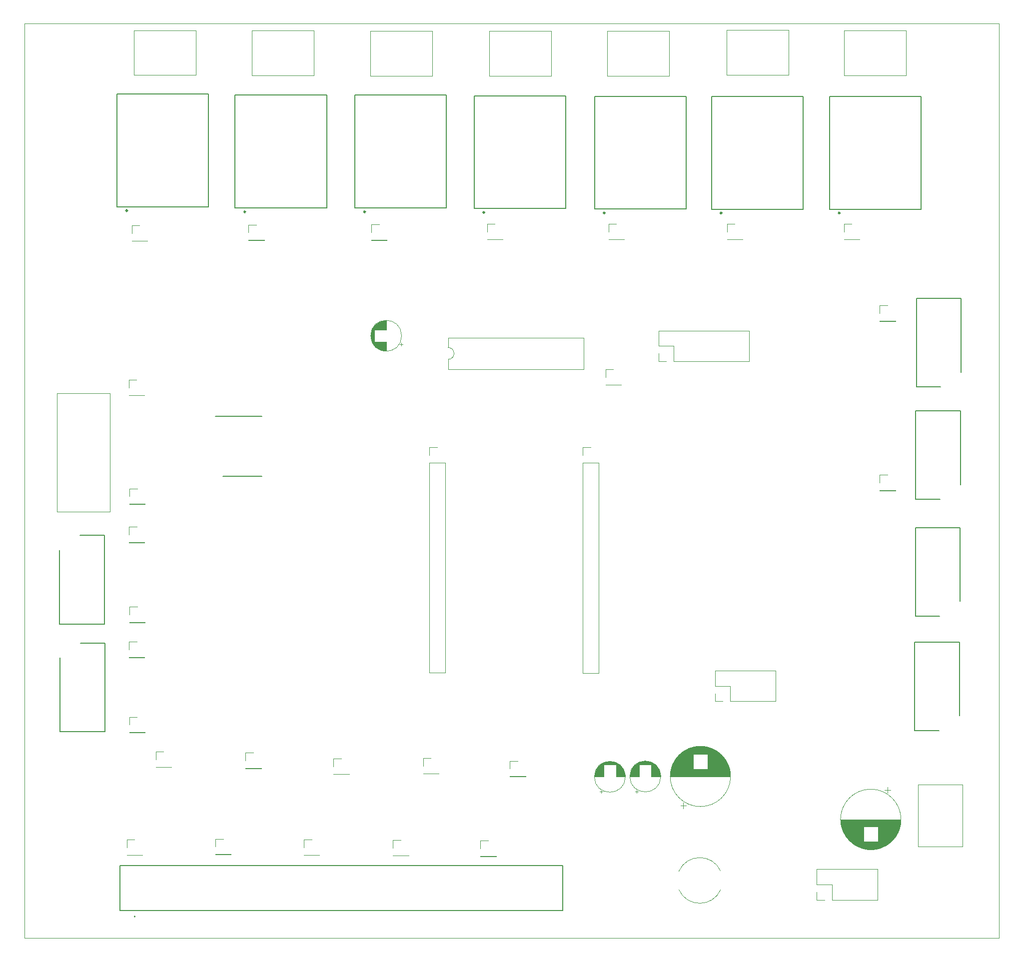
<source format=gbr>
%TF.GenerationSoftware,KiCad,Pcbnew,(6.0.7)*%
%TF.CreationDate,2022-11-01T14:31:25-03:00*%
%TF.ProjectId,PCB_Prototipo_Proyecto_Final,5043425f-5072-46f7-946f-7469706f5f50,rev?*%
%TF.SameCoordinates,PX7e4946aPYc6a19c0*%
%TF.FileFunction,Legend,Top*%
%TF.FilePolarity,Positive*%
%FSLAX46Y46*%
G04 Gerber Fmt 4.6, Leading zero omitted, Abs format (unit mm)*
G04 Created by KiCad (PCBNEW (6.0.7)) date 2022-11-01 14:31:25*
%MOMM*%
%LPD*%
G01*
G04 APERTURE LIST*
%TA.AperFunction,Profile*%
%ADD10C,0.100000*%
%TD*%
%ADD11C,0.127000*%
%ADD12C,0.300000*%
%ADD13C,0.200000*%
%ADD14C,0.120000*%
%ADD15C,0.100000*%
G04 APERTURE END LIST*
D10*
X0Y0D02*
X165100000Y0D01*
X165100000Y0D02*
X165100000Y154940000D01*
X165100000Y154940000D02*
X0Y154940000D01*
X0Y154940000D02*
X0Y0D01*
D11*
%TO.C,K5*%
X116350000Y123450000D02*
X116350000Y142550000D01*
X116350000Y142550000D02*
X131850000Y142550000D01*
X131850000Y123450000D02*
X116350000Y123450000D01*
X131850000Y142550000D02*
X131850000Y123450000D01*
D12*
X118081000Y122800000D02*
G75*
G03*
X118081000Y122800000I-100000J0D01*
G01*
D13*
%TO.C,J6*%
X150899286Y54510000D02*
X154999286Y54510000D01*
X150899286Y69510000D02*
X150899286Y54510000D01*
X158499286Y69510000D02*
X150899286Y69510000D01*
X158499286Y57010000D02*
X158499286Y69510000D01*
D14*
%TO.C,J23*%
X67499286Y30460000D02*
X68829286Y30460000D01*
X67499286Y29130000D02*
X67499286Y30460000D01*
X67499286Y27800000D02*
X70159286Y27800000D01*
X67499286Y27860000D02*
X67499286Y27800000D01*
X67499286Y27860000D02*
X70159286Y27860000D01*
X70159286Y27860000D02*
X70159286Y27800000D01*
%TO.C,C15*%
X110424286Y30435823D02*
X113233286Y30435823D01*
X115715286Y30675823D02*
X118332286Y30675823D01*
X111765286Y31675823D02*
X117183286Y31675823D01*
X110616286Y30675823D02*
X113233286Y30675823D01*
X115715286Y30635823D02*
X118366286Y30635823D01*
X115715286Y30955823D02*
X118075286Y30955823D01*
X109890286Y29555823D02*
X113233286Y29555823D01*
X109577286Y28715823D02*
X113233286Y28715823D01*
X109910286Y29595823D02*
X113233286Y29595823D01*
X115715286Y29075823D02*
X119257286Y29075823D01*
X110758286Y30835823D02*
X113233286Y30835823D01*
X109444286Y28075823D02*
X119504286Y28075823D01*
X110517286Y30555823D02*
X113233286Y30555823D01*
X115715286Y29555823D02*
X119058286Y29555823D01*
X110834286Y30915823D02*
X113233286Y30915823D01*
X111268286Y31315823D02*
X117680286Y31315823D01*
X115715286Y29195823D02*
X119212286Y29195823D01*
X109835286Y29435823D02*
X113233286Y29435823D01*
X115715286Y30395823D02*
X118554286Y30395823D01*
X110079286Y29915823D02*
X113233286Y29915823D01*
X109871286Y29515823D02*
X113233286Y29515823D01*
X110253286Y30195823D02*
X113233286Y30195823D01*
X109751286Y29235823D02*
X113233286Y29235823D01*
X109589286Y28755823D02*
X113233286Y28755823D01*
X109546286Y28595823D02*
X119402286Y28595823D01*
X111082286Y31155823D02*
X117866286Y31155823D01*
X110873286Y30955823D02*
X113233286Y30955823D01*
X112437286Y32035823D02*
X116511286Y32035823D01*
X111895286Y31755823D02*
X117053286Y31755823D01*
X109800286Y29355823D02*
X113233286Y29355823D01*
X115715286Y30715823D02*
X118298286Y30715823D01*
X111038286Y31115823D02*
X117910286Y31115823D01*
X109500286Y28395823D02*
X119448286Y28395823D01*
X115715286Y29395823D02*
X119131286Y29395823D01*
X115715286Y30835823D02*
X118190286Y30835823D01*
X115715286Y28955823D02*
X119298286Y28955823D01*
X112185286Y31915823D02*
X116763286Y31915823D01*
X109429286Y27954823D02*
X119519286Y27954823D01*
X109424286Y27914823D02*
X119524286Y27914823D01*
X115715286Y28995823D02*
X119285286Y28995823D01*
X112844286Y32195823D02*
X116104286Y32195823D01*
X109395286Y27474823D02*
X119553286Y27474823D01*
X109397286Y27554823D02*
X119551286Y27554823D01*
X110151286Y30035823D02*
X113233286Y30035823D01*
X109416286Y27834823D02*
X119532286Y27834823D01*
X111829286Y31715823D02*
X117119286Y31715823D01*
X115715286Y29435823D02*
X119113286Y29435823D01*
X109612286Y28835823D02*
X113233286Y28835823D01*
X109650286Y28955823D02*
X113233286Y28955823D01*
X110034286Y29835823D02*
X113233286Y29835823D01*
X115715286Y29955823D02*
X118845286Y29955823D01*
X109600286Y28795823D02*
X113233286Y28795823D01*
X115715286Y30235823D02*
X118668286Y30235823D01*
X115715286Y29475823D02*
X119095286Y29475823D01*
X110394286Y30395823D02*
X113233286Y30395823D01*
X109929286Y29635823D02*
X113233286Y29635823D01*
X112109286Y31875823D02*
X116839286Y31875823D01*
X115715286Y30355823D02*
X118584286Y30355823D01*
X115715286Y29235823D02*
X119197286Y29235823D01*
X109527286Y28515823D02*
X119421286Y28515823D01*
X115715286Y29635823D02*
X119019286Y29635823D01*
X111220286Y31275823D02*
X117728286Y31275823D01*
X111599286Y21875177D02*
X111599286Y22875177D01*
X115715286Y29915823D02*
X118869286Y29915823D01*
X109784286Y29315823D02*
X113233286Y29315823D01*
X115715286Y28635823D02*
X119392286Y28635823D01*
X110549286Y30595823D02*
X113233286Y30595823D01*
X109477286Y28275823D02*
X119471286Y28275823D01*
X115715286Y30755823D02*
X118263286Y30755823D01*
X115715286Y29275823D02*
X119181286Y29275823D01*
X109470286Y28235823D02*
X119478286Y28235823D01*
X109767286Y29275823D02*
X113233286Y29275823D01*
X110336286Y30315823D02*
X113233286Y30315823D01*
X109509286Y28435823D02*
X119439286Y28435823D01*
X115715286Y30275823D02*
X118640286Y30275823D01*
X109409286Y27754823D02*
X119539286Y27754823D01*
X112964286Y32235823D02*
X115984286Y32235823D01*
X111173286Y31235823D02*
X117775286Y31235823D01*
X113096286Y32275823D02*
X115852286Y32275823D01*
X109556286Y28635823D02*
X113233286Y28635823D01*
X113244286Y32315823D02*
X115704286Y32315823D01*
X110795286Y30875823D02*
X113233286Y30875823D01*
X109853286Y29475823D02*
X113233286Y29475823D01*
X115715286Y30915823D02*
X118114286Y30915823D01*
X109396286Y27514823D02*
X119552286Y27514823D01*
X115715286Y30555823D02*
X118431286Y30555823D01*
X110913286Y30995823D02*
X113233286Y30995823D01*
X110485286Y30515823D02*
X113233286Y30515823D01*
X115715286Y28915823D02*
X119311286Y28915823D01*
X109677286Y29035823D02*
X113233286Y29035823D01*
X111474286Y31475823D02*
X117474286Y31475823D01*
X115715286Y31035823D02*
X117994286Y31035823D01*
X115715286Y28675823D02*
X119381286Y28675823D01*
X113875286Y32435823D02*
X115073286Y32435823D01*
X109736286Y29195823D02*
X113233286Y29195823D01*
X109567286Y28675823D02*
X113233286Y28675823D01*
X115715286Y30075823D02*
X118772286Y30075823D01*
X109456286Y28155823D02*
X119492286Y28155823D01*
X110280286Y30235823D02*
X113233286Y30235823D01*
X111099286Y22375177D02*
X112099286Y22375177D01*
X115715286Y29155823D02*
X119228286Y29155823D01*
X109970286Y29715823D02*
X113233286Y29715823D01*
X115715286Y29315823D02*
X119164286Y29315823D01*
X115715286Y29515823D02*
X119077286Y29515823D01*
X109394286Y27354823D02*
X119554286Y27354823D01*
X110721286Y30795823D02*
X113233286Y30795823D01*
X110685286Y30755823D02*
X113233286Y30755823D01*
X111127286Y31195823D02*
X117821286Y31195823D01*
X113612286Y32395823D02*
X115336286Y32395823D01*
X109420286Y27874823D02*
X119528286Y27874823D01*
X109394286Y27394823D02*
X119554286Y27394823D01*
X115715286Y29995823D02*
X118821286Y29995823D01*
X109817286Y29395823D02*
X113233286Y29395823D01*
X110103286Y29955823D02*
X113233286Y29955823D01*
X110954286Y31035823D02*
X113233286Y31035823D01*
X109492286Y28355823D02*
X119456286Y28355823D01*
X109412286Y27794823D02*
X119536286Y27794823D01*
X109949286Y29675823D02*
X113233286Y29675823D01*
X115715286Y30475823D02*
X118494286Y30475823D01*
X111704286Y31635823D02*
X117244286Y31635823D01*
X111368286Y31395823D02*
X117580286Y31395823D01*
X109394286Y27434823D02*
X119554286Y27434823D01*
X109404286Y27674823D02*
X119544286Y27674823D01*
X115715286Y29595823D02*
X119038286Y29595823D01*
X115715286Y29835823D02*
X118914286Y29835823D01*
X110454286Y30475823D02*
X113233286Y30475823D01*
X111529286Y31515823D02*
X117419286Y31515823D01*
X111964286Y31795823D02*
X116984286Y31795823D01*
X111318286Y31355823D02*
X117630286Y31355823D01*
X115715286Y29755823D02*
X118957286Y29755823D01*
X109439286Y28034823D02*
X119509286Y28034823D01*
X115715286Y30115823D02*
X118747286Y30115823D01*
X112349286Y31995823D02*
X116599286Y31995823D01*
X109706286Y29115823D02*
X113233286Y29115823D01*
X109663286Y28995823D02*
X113233286Y28995823D01*
X115715286Y29715823D02*
X118978286Y29715823D01*
X110227286Y30155823D02*
X113233286Y30155823D01*
X115715286Y29035823D02*
X119271286Y29035823D01*
X110127286Y29995823D02*
X113233286Y29995823D01*
X115715286Y30875823D02*
X118153286Y30875823D01*
X110176286Y30075823D02*
X113233286Y30075823D01*
X110308286Y30275823D02*
X113233286Y30275823D01*
X109991286Y29755823D02*
X113233286Y29755823D01*
X115715286Y28755823D02*
X119359286Y28755823D01*
X110057286Y29875823D02*
X113233286Y29875823D01*
X109434286Y27994823D02*
X119514286Y27994823D01*
X115715286Y28875823D02*
X119324286Y28875823D01*
X115715286Y28715823D02*
X119371286Y28715823D01*
X115715286Y29355823D02*
X119148286Y29355823D01*
X115715286Y30315823D02*
X118612286Y30315823D01*
X109720286Y29155823D02*
X113233286Y29155823D01*
X109406286Y27714823D02*
X119542286Y27714823D01*
X111420286Y31435823D02*
X117528286Y31435823D01*
X115715286Y30435823D02*
X118524286Y30435823D01*
X109401286Y27634823D02*
X119547286Y27634823D01*
X115715286Y30155823D02*
X118721286Y30155823D01*
X112628286Y32115823D02*
X116320286Y32115823D01*
X109450286Y28115823D02*
X119498286Y28115823D01*
X115715286Y30195823D02*
X118695286Y30195823D01*
X110012286Y29795823D02*
X113233286Y29795823D01*
X112035286Y31835823D02*
X116913286Y31835823D01*
X113412286Y32355823D02*
X115536286Y32355823D01*
X115715286Y29115823D02*
X119242286Y29115823D01*
X109518286Y28475823D02*
X119430286Y28475823D01*
X109484286Y28315823D02*
X119464286Y28315823D01*
X111644286Y31595823D02*
X117304286Y31595823D01*
X110582286Y30635823D02*
X113233286Y30635823D01*
X110201286Y30115823D02*
X113233286Y30115823D01*
X115715286Y29675823D02*
X118999286Y29675823D01*
X115715286Y30795823D02*
X118227286Y30795823D01*
X110364286Y30355823D02*
X113233286Y30355823D01*
X112265286Y31955823D02*
X116683286Y31955823D01*
X109691286Y29075823D02*
X113233286Y29075823D01*
X110650286Y30715823D02*
X113233286Y30715823D01*
X115715286Y30035823D02*
X118797286Y30035823D01*
X111585286Y31555823D02*
X117363286Y31555823D01*
X115715286Y28835823D02*
X119336286Y28835823D01*
X115715286Y29875823D02*
X118891286Y29875823D01*
X115715286Y30515823D02*
X118463286Y30515823D01*
X109536286Y28555823D02*
X119412286Y28555823D01*
X109637286Y28915823D02*
X113233286Y28915823D01*
X109463286Y28195823D02*
X119485286Y28195823D01*
X115715286Y30995823D02*
X118035286Y30995823D01*
X109399286Y27594823D02*
X119549286Y27594823D01*
X115715286Y31075823D02*
X117952286Y31075823D01*
X112530286Y32075823D02*
X116418286Y32075823D01*
X109624286Y28875823D02*
X113233286Y28875823D01*
X110996286Y31075823D02*
X113233286Y31075823D01*
X112732286Y32155823D02*
X116216286Y32155823D01*
X115715286Y29795823D02*
X118936286Y29795823D01*
X115715286Y30595823D02*
X118399286Y30595823D01*
X115715286Y28795823D02*
X119348286Y28795823D01*
X119594286Y27354823D02*
G75*
G03*
X119594286Y27354823I-5120000J0D01*
G01*
D15*
%TO.C,J16*%
X129389286Y153770000D02*
X129389286Y146170000D01*
X118889286Y146170000D02*
X118889286Y153770000D01*
X118889286Y153770000D02*
X129389286Y153770000D01*
X129389286Y146170000D02*
X118889286Y146170000D01*
D14*
%TO.C,J33*%
X118979286Y118364000D02*
X118979286Y118304000D01*
X118979286Y118304000D02*
X121639286Y118304000D01*
X118979286Y118364000D02*
X121639286Y118364000D01*
X121639286Y118364000D02*
X121639286Y118304000D01*
X118979286Y120964000D02*
X120309286Y120964000D01*
X118979286Y119634000D02*
X118979286Y120964000D01*
%TO.C,J46*%
X144870000Y104530000D02*
X144870000Y104470000D01*
X144870000Y104470000D02*
X147530000Y104470000D01*
X147530000Y104530000D02*
X147530000Y104470000D01*
X144870000Y104530000D02*
X147530000Y104530000D01*
X144870000Y107130000D02*
X146200000Y107130000D01*
X144870000Y105800000D02*
X144870000Y107130000D01*
%TO.C,J40*%
X17299286Y15330000D02*
X17299286Y16660000D01*
X19959286Y14060000D02*
X19959286Y14000000D01*
X17299286Y14000000D02*
X19959286Y14000000D01*
X17299286Y14060000D02*
X17299286Y14000000D01*
X17299286Y16660000D02*
X18629286Y16660000D01*
X17299286Y14060000D02*
X19959286Y14060000D01*
%TO.C,C18*%
X100179286Y28770775D02*
X101261286Y28770775D01*
X97756286Y29490775D02*
X100522286Y29490775D01*
X98224286Y29730775D02*
X100054286Y29730775D01*
X96871286Y28530775D02*
X98099286Y28530775D01*
X96697286Y28130775D02*
X98099286Y28130775D01*
X97238286Y29050775D02*
X98099286Y29050775D01*
X100179286Y27889775D02*
X101650286Y27889775D01*
X96829286Y28450775D02*
X98099286Y28450775D01*
X96990286Y28730775D02*
X98099286Y28730775D01*
X96892286Y28570775D02*
X98099286Y28570775D01*
X100179286Y29090775D02*
X101003286Y29090775D01*
X100179286Y28650775D02*
X101339286Y28650775D01*
X96725286Y28210775D02*
X98099286Y28210775D01*
X97044286Y28810775D02*
X98099286Y28810775D01*
X100179286Y29210775D02*
X100882286Y29210775D01*
X97168286Y28970775D02*
X98099286Y28970775D01*
X96559286Y27289775D02*
X98099286Y27289775D01*
X96574286Y27569775D02*
X98099286Y27569775D01*
X100179286Y28570775D02*
X101386286Y28570775D01*
X96810286Y28410775D02*
X98099286Y28410775D01*
X100179286Y28930775D02*
X101143286Y28930775D01*
X96939286Y28650775D02*
X98099286Y28650775D01*
X97202286Y29010775D02*
X98099286Y29010775D01*
X96619286Y27849775D02*
X98099286Y27849775D01*
X96774286Y28330775D02*
X98099286Y28330775D01*
X100179286Y28410775D02*
X101468286Y28410775D01*
X97354286Y29170775D02*
X98099286Y29170775D01*
X96711286Y28170775D02*
X98099286Y28170775D01*
X100179286Y28850775D02*
X101204286Y28850775D01*
X100179286Y27569775D02*
X101704286Y27569775D01*
X97074286Y28850775D02*
X98099286Y28850775D01*
X96589286Y27689775D02*
X98099286Y27689775D01*
X97486286Y29290775D02*
X98099286Y29290775D01*
X97664286Y24485000D02*
X97664286Y24985000D01*
X96791286Y28370775D02*
X98099286Y28370775D01*
X100179286Y27609775D02*
X101700286Y27609775D01*
X96583286Y27649775D02*
X98099286Y27649775D01*
X98334286Y29770775D02*
X99944286Y29770775D01*
X96659286Y28010775D02*
X98099286Y28010775D01*
X100179286Y28050775D02*
X101607286Y28050775D01*
X97639286Y29410775D02*
X100639286Y29410775D01*
X100179286Y27729775D02*
X101682286Y27729775D01*
X98041286Y29650775D02*
X100237286Y29650775D01*
X100179286Y28530775D02*
X101407286Y28530775D01*
X97888286Y29570775D02*
X100390286Y29570775D01*
X97135286Y28930775D02*
X98099286Y28930775D01*
X100179286Y28010775D02*
X101619286Y28010775D01*
X96559286Y27329775D02*
X98099286Y27329775D01*
X100179286Y28890775D02*
X101174286Y28890775D01*
X100179286Y27929775D02*
X101640286Y27929775D01*
X96578286Y27609775D02*
X98099286Y27609775D01*
X100179286Y27529775D02*
X101708286Y27529775D01*
X100179286Y28970775D02*
X101110286Y28970775D01*
X100179286Y29130775D02*
X100965286Y29130775D01*
X100179286Y29050775D02*
X101040286Y29050775D01*
X100179286Y28730775D02*
X101288286Y28730775D01*
X96611286Y27809775D02*
X98099286Y27809775D01*
X100179286Y28490775D02*
X101429286Y28490775D01*
X100179286Y28170775D02*
X101567286Y28170775D01*
X100179286Y27969775D02*
X101630286Y27969775D01*
X100179286Y27329775D02*
X101719286Y27329775D01*
X100179286Y28250775D02*
X101537286Y28250775D01*
X100179286Y27369775D02*
X101718286Y27369775D01*
X96648286Y27969775D02*
X98099286Y27969775D01*
X96638286Y27929775D02*
X98099286Y27929775D01*
X96566286Y27489775D02*
X98099286Y27489775D01*
X100179286Y29170775D02*
X100924286Y29170775D01*
X97017286Y28770775D02*
X98099286Y28770775D01*
X100179286Y28290775D02*
X101521286Y28290775D01*
X100179286Y28210775D02*
X101553286Y28210775D01*
X96757286Y28290775D02*
X98099286Y28290775D01*
X100179286Y27289775D02*
X101719286Y27289775D01*
X100179286Y28810775D02*
X101234286Y28810775D01*
X97820286Y29530775D02*
X100458286Y29530775D01*
X96684286Y28090775D02*
X98099286Y28090775D01*
X98462286Y29810775D02*
X99816286Y29810775D01*
X96964286Y28690775D02*
X98099286Y28690775D01*
X97534286Y29330775D02*
X100744286Y29330775D01*
X100179286Y27649775D02*
X101695286Y27649775D01*
X98621286Y29850775D02*
X99657286Y29850775D01*
X100179286Y27769775D02*
X101675286Y27769775D01*
X97696286Y29450775D02*
X100582286Y29450775D01*
X97313286Y29130775D02*
X98099286Y29130775D01*
X100179286Y27489775D02*
X101712286Y27489775D01*
X96628286Y27889775D02*
X98099286Y27889775D01*
X97961286Y29610775D02*
X100317286Y29610775D01*
X100179286Y28610775D02*
X101363286Y28610775D01*
X100179286Y28370775D02*
X101487286Y28370775D01*
X98128286Y29690775D02*
X100150286Y29690775D01*
X100179286Y27689775D02*
X101689286Y27689775D01*
X96570286Y27529775D02*
X98099286Y27529775D01*
X100179286Y29250775D02*
X100838286Y29250775D01*
X100179286Y29010775D02*
X101076286Y29010775D01*
X96560286Y27369775D02*
X98099286Y27369775D01*
X97414286Y24735000D02*
X97914286Y24735000D01*
X98855286Y29890775D02*
X99423286Y29890775D01*
X96563286Y27449775D02*
X98099286Y27449775D01*
X96671286Y28050775D02*
X98099286Y28050775D01*
X97275286Y29090775D02*
X98099286Y29090775D01*
X96849286Y28490775D02*
X98099286Y28490775D01*
X100179286Y27449775D02*
X101715286Y27449775D01*
X97396286Y29210775D02*
X98099286Y29210775D01*
X96603286Y27769775D02*
X98099286Y27769775D01*
X100179286Y27409775D02*
X101717286Y27409775D01*
X97585286Y29370775D02*
X100693286Y29370775D01*
X100179286Y28690775D02*
X101314286Y28690775D01*
X100179286Y28330775D02*
X101504286Y28330775D01*
X100179286Y28450775D02*
X101449286Y28450775D01*
X100179286Y27809775D02*
X101667286Y27809775D01*
X100179286Y28090775D02*
X101594286Y28090775D01*
X97104286Y28890775D02*
X98099286Y28890775D01*
X100179286Y29290775D02*
X100792286Y29290775D01*
X97440286Y29250775D02*
X98099286Y29250775D01*
X100179286Y27849775D02*
X101659286Y27849775D01*
X96741286Y28250775D02*
X98099286Y28250775D01*
X96915286Y28610775D02*
X98099286Y28610775D01*
X96596286Y27729775D02*
X98099286Y27729775D01*
X96561286Y27409775D02*
X98099286Y27409775D01*
X100179286Y28130775D02*
X101581286Y28130775D01*
X101759286Y27289775D02*
G75*
G03*
X101759286Y27289775I-2620000J0D01*
G01*
D13*
%TO.C,IC1*%
X32344286Y88340000D02*
X40179286Y88340000D01*
X33579286Y78180000D02*
X40179286Y78180000D01*
D11*
%TO.C,K1*%
X76150000Y142662500D02*
X91650000Y142662500D01*
X91650000Y123562500D02*
X76150000Y123562500D01*
X91650000Y142662500D02*
X91650000Y123562500D01*
X76150000Y123562500D02*
X76150000Y142662500D01*
D12*
X77881000Y122912500D02*
G75*
G03*
X77881000Y122912500I-100000J0D01*
G01*
D14*
%TO.C,J32*%
X58719286Y120860000D02*
X60049286Y120860000D01*
X58719286Y118260000D02*
X58719286Y118200000D01*
X58719286Y118200000D02*
X61379286Y118200000D01*
X58719286Y118260000D02*
X61379286Y118260000D01*
X58719286Y119530000D02*
X58719286Y120860000D01*
X61379286Y118260000D02*
X61379286Y118200000D01*
%TO.C,C14*%
X148107286Y18306677D02*
X144580286Y18306677D01*
X142098286Y17266677D02*
X139092286Y17266677D01*
X147686286Y17426677D02*
X144580286Y17426677D01*
X148013286Y18066677D02*
X144580286Y18066677D01*
X148409286Y19747677D02*
X138269286Y19747677D01*
X146686286Y16226677D02*
X139992286Y16226677D01*
X147662286Y17386677D02*
X144580286Y17386677D01*
X148224286Y18666677D02*
X144580286Y18666677D01*
X148062286Y18186677D02*
X144580286Y18186677D01*
X147586286Y17266677D02*
X144580286Y17266677D01*
X142098286Y18346677D02*
X138556286Y18346677D01*
X145918286Y15666677D02*
X140760286Y15666677D01*
X142098286Y16626677D02*
X139586286Y16626677D01*
X147055286Y16586677D02*
X144580286Y16586677D01*
X148419286Y19987677D02*
X138259286Y19987677D01*
X145548286Y15466677D02*
X141130286Y15466677D01*
X142098286Y17986677D02*
X138700286Y17986677D01*
X147231286Y16786677D02*
X144580286Y16786677D01*
X142098286Y17746677D02*
X138814286Y17746677D01*
X142098286Y16546677D02*
X139660286Y16546677D01*
X142098286Y17426677D02*
X138992286Y17426677D01*
X148397286Y19587677D02*
X138281286Y19587677D01*
X142098286Y17066677D02*
X139229286Y17066677D01*
X148389286Y19507677D02*
X138289286Y19507677D01*
X142098286Y18386677D02*
X138542286Y18386677D01*
X147533286Y17186677D02*
X144580286Y17186677D01*
X142098286Y16866677D02*
X139382286Y16866677D01*
X142098286Y16746677D02*
X139481286Y16746677D01*
X146495286Y16066677D02*
X140183286Y16066677D01*
X144569286Y15106677D02*
X142109286Y15106677D01*
X142098286Y18226677D02*
X138601286Y18226677D01*
X148163286Y18466677D02*
X144580286Y18466677D01*
X147612286Y17306677D02*
X144580286Y17306677D01*
X147092286Y16626677D02*
X144580286Y16626677D01*
X148336286Y19146677D02*
X138342286Y19146677D01*
X148363286Y19306677D02*
X138315286Y19306677D01*
X145628286Y15506677D02*
X141050286Y15506677D01*
X148150286Y18426677D02*
X144580286Y18426677D01*
X145283286Y15346677D02*
X141395286Y15346677D01*
X146640286Y16186677D02*
X140038286Y16186677D01*
X148029286Y18106677D02*
X144580286Y18106677D01*
X148236286Y18706677D02*
X144580286Y18706677D01*
X142098286Y18746677D02*
X138432286Y18746677D01*
X142098286Y18546677D02*
X138489286Y18546677D01*
X147779286Y17586677D02*
X144580286Y17586677D01*
X147864286Y17746677D02*
X144580286Y17746677D01*
X147264286Y16826677D02*
X144580286Y16826677D01*
X148412286Y19787677D02*
X138266286Y19787677D01*
X142098286Y16466677D02*
X139738286Y16466677D01*
X145081286Y15266677D02*
X141597286Y15266677D01*
X147710286Y17466677D02*
X144580286Y17466677D01*
X147637286Y17346677D02*
X144580286Y17346677D01*
X148404286Y19667677D02*
X138274286Y19667677D01*
X142098286Y17946677D02*
X138718286Y17946677D01*
X145778286Y15586677D02*
X140900286Y15586677D01*
X145185286Y15306677D02*
X141493286Y15306677D01*
X148350286Y19226677D02*
X138328286Y19226677D01*
X146284286Y15906677D02*
X140394286Y15906677D01*
X143938286Y14986677D02*
X142740286Y14986677D01*
X144201286Y15026677D02*
X142477286Y15026677D01*
X148329286Y19106677D02*
X138349286Y19106677D01*
X148369286Y19346677D02*
X138309286Y19346677D01*
X145376286Y15386677D02*
X141302286Y15386677D01*
X146940286Y16466677D02*
X144580286Y16466677D01*
X146775286Y16306677D02*
X139903286Y16306677D01*
X148277286Y18866677D02*
X138401286Y18866677D01*
X148418286Y19947677D02*
X138260286Y19947677D01*
X142098286Y17306677D02*
X139066286Y17306677D01*
X142098286Y18666677D02*
X138454286Y18666677D01*
X148246286Y18746677D02*
X144580286Y18746677D01*
X147419286Y17026677D02*
X144580286Y17026677D01*
X142098286Y17666677D02*
X138856286Y17666677D01*
X146339286Y15946677D02*
X140339286Y15946677D01*
X147477286Y17106677D02*
X144580286Y17106677D01*
X144401286Y15066677D02*
X142277286Y15066677D01*
X146048286Y15746677D02*
X140630286Y15746677D01*
X147822286Y17666677D02*
X144580286Y17666677D01*
X147505286Y17146677D02*
X144580286Y17146677D01*
X142098286Y16586677D02*
X139623286Y16586677D01*
X142098286Y17506677D02*
X138944286Y17506677D01*
X142098286Y17626677D02*
X138877286Y17626677D01*
X148304286Y18986677D02*
X138374286Y18986677D01*
X148122286Y18346677D02*
X144580286Y18346677D01*
X144717286Y15146677D02*
X141961286Y15146677D01*
X146714286Y25047323D02*
X145714286Y25047323D01*
X145464286Y15426677D02*
X141214286Y15426677D01*
X148393286Y19547677D02*
X138285286Y19547677D01*
X142098286Y18266677D02*
X138585286Y18266677D01*
X148416286Y19867677D02*
X138262286Y19867677D01*
X142098286Y18506677D02*
X138502286Y18506677D01*
X142098286Y18586677D02*
X138477286Y18586677D01*
X148046286Y18146677D02*
X144580286Y18146677D01*
X142098286Y16386677D02*
X139819286Y16386677D01*
X148321286Y19066677D02*
X138357286Y19066677D01*
X142098286Y17866677D02*
X138755286Y17866677D01*
X148286286Y18906677D02*
X138392286Y18906677D01*
X146593286Y16146677D02*
X140085286Y16146677D01*
X142098286Y16826677D02*
X139414286Y16826677D01*
X144849286Y15186677D02*
X141829286Y15186677D01*
X147843286Y17706677D02*
X144580286Y17706677D01*
X142098286Y18026677D02*
X138682286Y18026677D01*
X148213286Y18626677D02*
X144580286Y18626677D01*
X148257286Y18786677D02*
X144580286Y18786677D01*
X145704286Y15546677D02*
X140974286Y15546677D01*
X142098286Y17906677D02*
X138736286Y17906677D01*
X147903286Y17826677D02*
X144580286Y17826677D01*
X148414286Y19827677D02*
X138264286Y19827677D01*
X142098286Y18626677D02*
X138465286Y18626677D01*
X147978286Y17986677D02*
X144580286Y17986677D01*
X142098286Y18066677D02*
X138665286Y18066677D01*
X147328286Y16906677D02*
X144580286Y16906677D01*
X142098286Y16666677D02*
X139550286Y16666677D01*
X146859286Y16386677D02*
X144580286Y16386677D01*
X148313286Y19026677D02*
X138365286Y19026677D01*
X148357286Y19266677D02*
X138321286Y19266677D01*
X142098286Y16346677D02*
X139861286Y16346677D01*
X146979286Y16506677D02*
X144580286Y16506677D01*
X148374286Y19387677D02*
X138304286Y19387677D01*
X142098286Y16946677D02*
X139319286Y16946677D01*
X147923286Y17866677D02*
X144580286Y17866677D01*
X147884286Y17786677D02*
X144580286Y17786677D01*
X147996286Y18026677D02*
X144580286Y18026677D01*
X148384286Y19467677D02*
X138294286Y19467677D01*
X142098286Y17466677D02*
X138968286Y17466677D01*
X142098286Y17346677D02*
X139041286Y17346677D01*
X147801286Y17626677D02*
X144580286Y17626677D01*
X142098286Y18306677D02*
X138571286Y18306677D01*
X142098286Y17146677D02*
X139173286Y17146677D01*
X146731286Y16266677D02*
X139947286Y16266677D01*
X148407286Y19707677D02*
X138271286Y19707677D01*
X142098286Y18426677D02*
X138528286Y18426677D01*
X142098286Y17706677D02*
X138835286Y17706677D01*
X145849286Y15626677D02*
X140829286Y15626677D01*
X148201286Y18586677D02*
X144580286Y18586677D01*
X142098286Y16506677D02*
X139699286Y16506677D01*
X146545286Y16106677D02*
X140133286Y16106677D01*
X142098286Y17826677D02*
X138775286Y17826677D01*
X148267286Y18826677D02*
X138411286Y18826677D01*
X145984286Y15706677D02*
X140694286Y15706677D01*
X147756286Y17546677D02*
X144580286Y17546677D01*
X142098286Y16906677D02*
X139350286Y16906677D01*
X142098286Y17386677D02*
X139016286Y17386677D01*
X148077286Y18226677D02*
X144580286Y18226677D01*
X142098286Y18186677D02*
X138616286Y18186677D01*
X142098286Y17546677D02*
X138922286Y17546677D01*
X148343286Y19186677D02*
X138335286Y19186677D01*
X146214286Y25547323D02*
X146214286Y24547323D01*
X142098286Y16786677D02*
X139447286Y16786677D01*
X142098286Y17106677D02*
X139201286Y17106677D01*
X146169286Y15826677D02*
X140509286Y15826677D01*
X147163286Y16706677D02*
X144580286Y16706677D01*
X146228286Y15866677D02*
X140450286Y15866677D01*
X144969286Y15226677D02*
X141709286Y15226677D01*
X146900286Y16426677D02*
X144580286Y16426677D01*
X146817286Y16346677D02*
X144580286Y16346677D01*
X142098286Y18466677D02*
X138515286Y18466677D01*
X146393286Y15986677D02*
X140285286Y15986677D01*
X147389286Y16986677D02*
X144580286Y16986677D01*
X146445286Y16026677D02*
X140233286Y16026677D01*
X148093286Y18266677D02*
X144580286Y18266677D01*
X148419286Y20067677D02*
X138259286Y20067677D01*
X142098286Y17186677D02*
X139145286Y17186677D01*
X142098286Y17786677D02*
X138794286Y17786677D01*
X148189286Y18546677D02*
X144580286Y18546677D01*
X142098286Y17026677D02*
X139259286Y17026677D01*
X147560286Y17226677D02*
X144580286Y17226677D01*
X148136286Y18386677D02*
X144580286Y18386677D01*
X147296286Y16866677D02*
X144580286Y16866677D01*
X147018286Y16546677D02*
X144580286Y16546677D01*
X148419286Y20027677D02*
X138259286Y20027677D01*
X142098286Y16426677D02*
X139778286Y16426677D01*
X142098286Y16706677D02*
X139515286Y16706677D01*
X146109286Y15786677D02*
X140569286Y15786677D01*
X148295286Y18946677D02*
X138383286Y18946677D01*
X142098286Y17586677D02*
X138899286Y17586677D01*
X148379286Y19427677D02*
X138299286Y19427677D01*
X147942286Y17906677D02*
X144580286Y17906677D01*
X147960286Y17946677D02*
X144580286Y17946677D01*
X148176286Y18506677D02*
X144580286Y18506677D01*
X142098286Y18106677D02*
X138649286Y18106677D01*
X142098286Y17226677D02*
X139118286Y17226677D01*
X147197286Y16746677D02*
X144580286Y16746677D01*
X147449286Y17066677D02*
X144580286Y17066677D01*
X148417286Y19907677D02*
X138261286Y19907677D01*
X142098286Y18786677D02*
X138421286Y18786677D01*
X142098286Y18146677D02*
X138632286Y18146677D01*
X142098286Y18706677D02*
X138442286Y18706677D01*
X148401286Y19627677D02*
X138277286Y19627677D01*
X147734286Y17506677D02*
X144580286Y17506677D01*
X142098286Y16986677D02*
X139289286Y16986677D01*
X147128286Y16666677D02*
X144580286Y16666677D01*
X147359286Y16946677D02*
X144580286Y16946677D01*
X148459286Y20067677D02*
G75*
G03*
X148459286Y20067677I-5120000J0D01*
G01*
%TO.C,J34*%
X98405286Y93666000D02*
X101065286Y93666000D01*
X98405286Y96326000D02*
X99735286Y96326000D01*
X98405286Y94996000D02*
X98405286Y96326000D01*
X101065286Y93726000D02*
X101065286Y93666000D01*
X98405286Y93726000D02*
X98405286Y93666000D01*
X98405286Y93726000D02*
X101065286Y93726000D01*
D11*
%TO.C,K2*%
X15650000Y142962500D02*
X31150000Y142962500D01*
X15650000Y123862500D02*
X15650000Y142962500D01*
X31150000Y123862500D02*
X15650000Y123862500D01*
X31150000Y142962500D02*
X31150000Y123862500D01*
D12*
X17381000Y123212500D02*
G75*
G03*
X17381000Y123212500I-100000J0D01*
G01*
D14*
%TO.C,J29*%
X17649286Y47540000D02*
X20309286Y47540000D01*
X17649286Y48810000D02*
X17649286Y50140000D01*
X17649286Y50140000D02*
X18979286Y50140000D01*
X17649286Y47480000D02*
X20309286Y47480000D01*
X20309286Y47540000D02*
X20309286Y47480000D01*
X17649286Y47540000D02*
X17649286Y47480000D01*
%TO.C,J19*%
X17633286Y91948000D02*
X17633286Y91888000D01*
X17633286Y93218000D02*
X17633286Y94548000D01*
X17633286Y91948000D02*
X20293286Y91948000D01*
X17633286Y94548000D02*
X18963286Y94548000D01*
X20293286Y91948000D02*
X20293286Y91888000D01*
X17633286Y91888000D02*
X20293286Y91888000D01*
D11*
%TO.C,J10*%
X91149286Y4620000D02*
X16149286Y4620000D01*
X91149286Y12220000D02*
X91149286Y4620000D01*
X16149286Y12220000D02*
X91149286Y12220000D01*
X16149286Y4620000D02*
X16149286Y12220000D01*
D13*
X18749286Y3620000D02*
G75*
G03*
X18749286Y3620000I-100000J0D01*
G01*
%TO.C,J5*%
X5989286Y34950000D02*
X13589286Y34950000D01*
X13589286Y34950000D02*
X13589286Y49950000D01*
X13589286Y49950000D02*
X9489286Y49950000D01*
X5989286Y47450000D02*
X5989286Y34950000D01*
D14*
%TO.C,J35*%
X98913286Y120964000D02*
X100243286Y120964000D01*
X98913286Y119634000D02*
X98913286Y120964000D01*
X101573286Y118364000D02*
X101573286Y118304000D01*
X98913286Y118304000D02*
X101573286Y118304000D01*
X98913286Y118364000D02*
X98913286Y118304000D01*
X98913286Y118364000D02*
X101573286Y118364000D01*
%TO.C,J26*%
X77199286Y13860000D02*
X77199286Y13800000D01*
X77199286Y16460000D02*
X78529286Y16460000D01*
X77199286Y13800000D02*
X79859286Y13800000D01*
X77199286Y13860000D02*
X79859286Y13860000D01*
X79859286Y13860000D02*
X79859286Y13800000D01*
X77199286Y15130000D02*
X77199286Y16460000D01*
%TO.C,J21*%
X107370000Y97670000D02*
X107370000Y99000000D01*
X107370000Y102870000D02*
X122730000Y102870000D01*
X109970000Y100270000D02*
X107370000Y100270000D01*
X108700000Y97670000D02*
X107370000Y97670000D01*
X109970000Y97670000D02*
X122730000Y97670000D01*
X109970000Y97670000D02*
X109970000Y100270000D01*
X122730000Y97670000D02*
X122730000Y102870000D01*
X107370000Y100270000D02*
X107370000Y102870000D01*
D11*
%TO.C,K7*%
X51150000Y142762500D02*
X51150000Y123662500D01*
X35650000Y123662500D02*
X35650000Y142762500D01*
X51150000Y123662500D02*
X35650000Y123662500D01*
X35650000Y142762500D02*
X51150000Y142762500D01*
D12*
X37381000Y123012500D02*
G75*
G03*
X37381000Y123012500I-100000J0D01*
G01*
D14*
%TO.C,J20*%
X116947286Y42672000D02*
X116947286Y45272000D01*
X116947286Y40072000D02*
X116947286Y41402000D01*
X116947286Y45272000D02*
X127227286Y45272000D01*
X119547286Y40072000D02*
X127227286Y40072000D01*
X118277286Y40072000D02*
X116947286Y40072000D01*
X119547286Y40072000D02*
X119547286Y42672000D01*
X119547286Y42672000D02*
X116947286Y42672000D01*
X127227286Y40072000D02*
X127227286Y45272000D01*
D13*
%TO.C,J8*%
X158369286Y50130000D02*
X150769286Y50130000D01*
X150769286Y35130000D02*
X154869286Y35130000D01*
X158369286Y37630000D02*
X158369286Y50130000D01*
X150769286Y50130000D02*
X150769286Y35130000D01*
D11*
%TO.C,K6*%
X96550000Y142562500D02*
X112050000Y142562500D01*
X112050000Y123462500D02*
X96550000Y123462500D01*
X112050000Y142562500D02*
X112050000Y123462500D01*
X96550000Y123462500D02*
X96550000Y142562500D01*
D12*
X98281000Y122812500D02*
G75*
G03*
X98281000Y122812500I-100000J0D01*
G01*
D14*
%TO.C,J37*%
X62399286Y16560000D02*
X63729286Y16560000D01*
X62399286Y13960000D02*
X62399286Y13900000D01*
X62399286Y13900000D02*
X65059286Y13900000D01*
X62399286Y15230000D02*
X62399286Y16560000D01*
X65059286Y13960000D02*
X65059286Y13900000D01*
X62399286Y13960000D02*
X65059286Y13960000D01*
%TO.C,J24*%
X17749286Y73510000D02*
X17749286Y73450000D01*
X17749286Y73450000D02*
X20409286Y73450000D01*
X20409286Y73510000D02*
X20409286Y73450000D01*
X17749286Y76110000D02*
X19079286Y76110000D01*
X17749286Y73510000D02*
X20409286Y73510000D01*
X17749286Y74780000D02*
X17749286Y76110000D01*
D15*
%TO.C,J18*%
X38469286Y153710000D02*
X48969286Y153710000D01*
X48969286Y146110000D02*
X38469286Y146110000D01*
X38469286Y146110000D02*
X38469286Y153710000D01*
X48969286Y153710000D02*
X48969286Y146110000D01*
D14*
%TO.C,L1*%
X117915938Y11282500D02*
G75*
G03*
X110832634Y11282500I-3541652J-1560000D01*
G01*
X110832634Y8162500D02*
G75*
G03*
X117915938Y8162500I3541652J1560000D01*
G01*
%TO.C,U3*%
X71735286Y96360000D02*
X94715286Y96360000D01*
X71735286Y101660000D02*
X71735286Y100010000D01*
X71735286Y98010000D02*
X71735286Y96360000D01*
X94715286Y96360000D02*
X94715286Y101660000D01*
X94715286Y101660000D02*
X71735286Y101660000D01*
X71735286Y98010000D02*
G75*
G03*
X71735286Y100010000I0J1000000D01*
G01*
D11*
%TO.C,K4*%
X55950000Y142762500D02*
X71450000Y142762500D01*
X55950000Y123662500D02*
X55950000Y142762500D01*
X71450000Y142762500D02*
X71450000Y123662500D01*
X71450000Y123662500D02*
X55950000Y123662500D01*
D12*
X57681000Y123012500D02*
G75*
G03*
X57681000Y123012500I-100000J0D01*
G01*
D14*
%TO.C,J45*%
X22205286Y28896000D02*
X24865286Y28896000D01*
X22205286Y31556000D02*
X23535286Y31556000D01*
X22205286Y28956000D02*
X22205286Y28896000D01*
X22205286Y30226000D02*
X22205286Y31556000D01*
X24865286Y28956000D02*
X24865286Y28896000D01*
X22205286Y28956000D02*
X24865286Y28956000D01*
%TO.C,C19*%
X60879286Y99444000D02*
X60879286Y100960000D01*
X60278286Y103040000D02*
X60278286Y104398000D01*
X59158286Y100446000D02*
X59158286Y103554000D01*
X60919286Y99439000D02*
X60919286Y100960000D01*
X59678286Y99935000D02*
X59678286Y100960000D01*
X61079286Y103040000D02*
X61079286Y104576000D01*
X61119286Y99422000D02*
X61119286Y100960000D01*
X61239286Y103040000D02*
X61239286Y104580000D01*
X59398286Y103040000D02*
X59398286Y103826000D01*
X63794061Y100275000D02*
X63794061Y100775000D01*
X60478286Y99532000D02*
X60478286Y100960000D01*
X61039286Y99427000D02*
X61039286Y100960000D01*
X58798286Y101085000D02*
X58798286Y102915000D01*
X60799286Y103040000D02*
X60799286Y104543000D01*
X60078286Y99690000D02*
X60078286Y100960000D01*
X60198286Y99635000D02*
X60198286Y100960000D01*
X60839286Y99450000D02*
X60839286Y100960000D01*
X60158286Y103040000D02*
X60158286Y104348000D01*
X60238286Y103040000D02*
X60238286Y104382000D01*
X59958286Y99753000D02*
X59958286Y100960000D01*
X64044061Y100525000D02*
X63544061Y100525000D01*
X60719286Y99472000D02*
X60719286Y100960000D01*
X61039286Y103040000D02*
X61039286Y104573000D01*
X58758286Y101195000D02*
X58758286Y102805000D01*
X61239286Y99420000D02*
X61239286Y100960000D01*
X60959286Y103040000D02*
X60959286Y104565000D01*
X60358286Y103040000D02*
X60358286Y104428000D01*
X60999286Y99431000D02*
X60999286Y100960000D01*
X61199286Y99420000D02*
X61199286Y100960000D01*
X60559286Y99509000D02*
X60559286Y100960000D01*
X59638286Y99965000D02*
X59638286Y100960000D01*
X59038286Y100617000D02*
X59038286Y103383000D01*
X59358286Y103040000D02*
X59358286Y103785000D01*
X58998286Y100681000D02*
X58998286Y103319000D01*
X59278286Y100301000D02*
X59278286Y100960000D01*
X59238286Y103040000D02*
X59238286Y103653000D01*
X59918286Y99776000D02*
X59918286Y100960000D01*
X60639286Y99489000D02*
X60639286Y100960000D01*
X59518286Y103040000D02*
X59518286Y103937000D01*
X58718286Y101323000D02*
X58718286Y102677000D01*
X59118286Y100500000D02*
X59118286Y103500000D01*
X60559286Y103040000D02*
X60559286Y104491000D01*
X60799286Y99457000D02*
X60799286Y100960000D01*
X60839286Y103040000D02*
X60839286Y104550000D01*
X60398286Y99558000D02*
X60398286Y100960000D01*
X59558286Y100029000D02*
X59558286Y100960000D01*
X58958286Y100749000D02*
X58958286Y103251000D01*
X60038286Y99710000D02*
X60038286Y100960000D01*
X60118286Y103040000D02*
X60118286Y104329000D01*
X59998286Y99732000D02*
X59998286Y100960000D01*
X59238286Y100347000D02*
X59238286Y100960000D01*
X60759286Y103040000D02*
X60759286Y104536000D01*
X58838286Y100989000D02*
X58838286Y103011000D01*
X60078286Y103040000D02*
X60078286Y104310000D01*
X59598286Y99996000D02*
X59598286Y100960000D01*
X60358286Y99572000D02*
X60358286Y100960000D01*
X59318286Y100257000D02*
X59318286Y100960000D01*
X59678286Y103040000D02*
X59678286Y104065000D01*
X59278286Y103040000D02*
X59278286Y103699000D01*
X58918286Y100822000D02*
X58918286Y103178000D01*
X59878286Y103040000D02*
X59878286Y104200000D01*
X59478286Y100099000D02*
X59478286Y100960000D01*
X60038286Y103040000D02*
X60038286Y104290000D01*
X61119286Y103040000D02*
X61119286Y104578000D01*
X60599286Y103040000D02*
X60599286Y104501000D01*
X60599286Y99499000D02*
X60599286Y100960000D01*
X59918286Y103040000D02*
X59918286Y104224000D01*
X59758286Y103040000D02*
X59758286Y104122000D01*
X59438286Y100136000D02*
X59438286Y100960000D01*
X61159286Y99421000D02*
X61159286Y100960000D01*
X60999286Y103040000D02*
X60999286Y104569000D01*
X59718286Y103040000D02*
X59718286Y104095000D01*
X59798286Y103040000D02*
X59798286Y104149000D01*
X59438286Y103040000D02*
X59438286Y103864000D01*
X60719286Y103040000D02*
X60719286Y104528000D01*
X60158286Y99652000D02*
X60158286Y100960000D01*
X59638286Y103040000D02*
X59638286Y104035000D01*
X59198286Y100395000D02*
X59198286Y103605000D01*
X60318286Y99586000D02*
X60318286Y100960000D01*
X60438286Y103040000D02*
X60438286Y104455000D01*
X60759286Y99464000D02*
X60759286Y100960000D01*
X60398286Y103040000D02*
X60398286Y104442000D01*
X60318286Y103040000D02*
X60318286Y104414000D01*
X60879286Y103040000D02*
X60879286Y104556000D01*
X59318286Y103040000D02*
X59318286Y103743000D01*
X59958286Y103040000D02*
X59958286Y104247000D01*
X60438286Y99545000D02*
X60438286Y100960000D01*
X59838286Y103040000D02*
X59838286Y104175000D01*
X60238286Y99618000D02*
X60238286Y100960000D01*
X61079286Y99424000D02*
X61079286Y100960000D01*
X60959286Y99435000D02*
X60959286Y100960000D01*
X61199286Y103040000D02*
X61199286Y104580000D01*
X59478286Y103040000D02*
X59478286Y103901000D01*
X58638286Y101716000D02*
X58638286Y102284000D01*
X59398286Y100174000D02*
X59398286Y100960000D01*
X59598286Y103040000D02*
X59598286Y104004000D01*
X61159286Y103040000D02*
X61159286Y104579000D01*
X59558286Y103040000D02*
X59558286Y103971000D01*
X60639286Y103040000D02*
X60639286Y104511000D01*
X60679286Y99480000D02*
X60679286Y100960000D01*
X59798286Y99851000D02*
X59798286Y100960000D01*
X60198286Y103040000D02*
X60198286Y104365000D01*
X59358286Y100215000D02*
X59358286Y100960000D01*
X60518286Y103040000D02*
X60518286Y104480000D01*
X60919286Y103040000D02*
X60919286Y104561000D01*
X59718286Y99905000D02*
X59718286Y100960000D01*
X59758286Y99878000D02*
X59758286Y100960000D01*
X59998286Y103040000D02*
X59998286Y104268000D01*
X59878286Y99800000D02*
X59878286Y100960000D01*
X60518286Y99520000D02*
X60518286Y100960000D01*
X60478286Y103040000D02*
X60478286Y104468000D01*
X58678286Y101482000D02*
X58678286Y102518000D01*
X60118286Y99671000D02*
X60118286Y100960000D01*
X60679286Y103040000D02*
X60679286Y104520000D01*
X59078286Y100557000D02*
X59078286Y103443000D01*
X58878286Y100902000D02*
X58878286Y103098000D01*
X59518286Y100063000D02*
X59518286Y100960000D01*
X59838286Y99825000D02*
X59838286Y100960000D01*
X60278286Y99602000D02*
X60278286Y100960000D01*
X63859286Y102000000D02*
G75*
G03*
X63859286Y102000000I-2620000J0D01*
G01*
%TO.C,J38*%
X49959286Y14060000D02*
X49959286Y14000000D01*
X47299286Y15330000D02*
X47299286Y16660000D01*
X47299286Y14060000D02*
X49959286Y14060000D01*
X47299286Y16660000D02*
X48629286Y16660000D01*
X47299286Y14060000D02*
X47299286Y14000000D01*
X47299286Y14000000D02*
X49959286Y14000000D01*
D15*
%TO.C,J4*%
X5429286Y72230000D02*
X5429286Y92230000D01*
X14429286Y72230000D02*
X5429286Y72230000D01*
X14429286Y92230000D02*
X14429286Y72230000D01*
X5429286Y92230000D02*
X14429286Y92230000D01*
D14*
%TO.C,C17*%
X106179286Y28024887D02*
X107630286Y28024887D01*
X106179286Y27984887D02*
X107640286Y27984887D01*
X102659286Y28065887D02*
X104099286Y28065887D01*
X102697286Y28185887D02*
X104099286Y28185887D01*
X106179286Y28585887D02*
X107407286Y28585887D01*
X103275286Y29145887D02*
X104099286Y29145887D01*
X106179286Y28625887D02*
X107386286Y28625887D01*
X103168286Y29025887D02*
X104099286Y29025887D01*
X102561286Y27464887D02*
X104099286Y27464887D01*
X102964286Y28745887D02*
X104099286Y28745887D01*
X106179286Y28465887D02*
X107468286Y28465887D01*
X103017286Y28825887D02*
X104099286Y28825887D01*
X104041286Y29705887D02*
X106237286Y29705887D01*
X102791286Y28425887D02*
X104099286Y28425887D01*
X102915286Y28665887D02*
X104099286Y28665887D01*
X106179286Y28345887D02*
X107521286Y28345887D01*
X106179286Y28265887D02*
X107553286Y28265887D01*
X102871286Y28585887D02*
X104099286Y28585887D01*
X102648286Y28024887D02*
X104099286Y28024887D01*
X102810286Y28465887D02*
X104099286Y28465887D01*
X106179286Y29345887D02*
X106792286Y29345887D01*
X106179286Y28985887D02*
X107143286Y28985887D01*
X106179286Y28665887D02*
X107363286Y28665887D01*
X106179286Y27784887D02*
X107682286Y27784887D01*
X106179286Y27384887D02*
X107719286Y27384887D01*
X106179286Y28425887D02*
X107487286Y28425887D01*
X106179286Y29145887D02*
X107003286Y29145887D01*
X103354286Y29225887D02*
X104099286Y29225887D01*
X102574286Y27624887D02*
X104099286Y27624887D01*
X103820286Y29585887D02*
X106458286Y29585887D01*
X104334286Y29825887D02*
X105944286Y29825887D01*
X106179286Y28305887D02*
X107537286Y28305887D01*
X102684286Y28145887D02*
X104099286Y28145887D01*
X103396286Y29265887D02*
X104099286Y29265887D01*
X106179286Y27424887D02*
X107718286Y27424887D01*
X102939286Y28705887D02*
X104099286Y28705887D01*
X106179286Y29305887D02*
X106838286Y29305887D01*
X102725286Y28265887D02*
X104099286Y28265887D01*
X102741286Y28305887D02*
X104099286Y28305887D01*
X106179286Y27624887D02*
X107704286Y27624887D01*
X102638286Y27984887D02*
X104099286Y27984887D01*
X102892286Y28625887D02*
X104099286Y28625887D01*
X102990286Y28785887D02*
X104099286Y28785887D01*
X102559286Y27344887D02*
X104099286Y27344887D01*
X106179286Y28905887D02*
X107204286Y28905887D01*
X102628286Y27944887D02*
X104099286Y27944887D01*
X104224286Y29785887D02*
X106054286Y29785887D01*
X104128286Y29745887D02*
X106150286Y29745887D01*
X106179286Y29265887D02*
X106882286Y29265887D01*
X106179286Y28945887D02*
X107174286Y28945887D01*
X103074286Y28905887D02*
X104099286Y28905887D01*
X103696286Y29505887D02*
X106582286Y29505887D01*
X102578286Y27664887D02*
X104099286Y27664887D01*
X102583286Y27704887D02*
X104099286Y27704887D01*
X106179286Y28705887D02*
X107339286Y28705887D01*
X104855286Y29945887D02*
X105423286Y29945887D01*
X102774286Y28385887D02*
X104099286Y28385887D01*
X103486286Y29345887D02*
X104099286Y29345887D01*
X106179286Y28065887D02*
X107619286Y28065887D01*
X103202286Y29065887D02*
X104099286Y29065887D01*
X102560286Y27424887D02*
X104099286Y27424887D01*
X106179286Y28225887D02*
X107567286Y28225887D01*
X106179286Y29105887D02*
X107040286Y29105887D01*
X106179286Y29185887D02*
X106965286Y29185887D01*
X102711286Y28225887D02*
X104099286Y28225887D01*
X106179286Y28505887D02*
X107449286Y28505887D01*
X106179286Y28865887D02*
X107234286Y28865887D01*
X106179286Y28185887D02*
X107581286Y28185887D01*
X104621286Y29905887D02*
X105657286Y29905887D01*
X102619286Y27904887D02*
X104099286Y27904887D01*
X102611286Y27864887D02*
X104099286Y27864887D01*
X106179286Y28145887D02*
X107594286Y28145887D01*
X103104286Y28945887D02*
X104099286Y28945887D01*
X102596286Y27784887D02*
X104099286Y27784887D01*
X106179286Y28105887D02*
X107607286Y28105887D01*
X106179286Y27824887D02*
X107675286Y27824887D01*
X103756286Y29545887D02*
X106522286Y29545887D01*
X106179286Y28385887D02*
X107504286Y28385887D01*
X103664286Y24540112D02*
X103664286Y25040112D01*
X106179286Y29025887D02*
X107110286Y29025887D01*
X106179286Y27944887D02*
X107650286Y27944887D01*
X103313286Y29185887D02*
X104099286Y29185887D01*
X102849286Y28545887D02*
X104099286Y28545887D01*
X106179286Y27864887D02*
X107667286Y27864887D01*
X103888286Y29625887D02*
X106390286Y29625887D01*
X104462286Y29865887D02*
X105816286Y29865887D01*
X102603286Y27824887D02*
X104099286Y27824887D01*
X103639286Y29465887D02*
X106639286Y29465887D01*
X106179286Y28785887D02*
X107288286Y28785887D01*
X102829286Y28505887D02*
X104099286Y28505887D01*
X106179286Y27664887D02*
X107700286Y27664887D01*
X102566286Y27544887D02*
X104099286Y27544887D01*
X102570286Y27584887D02*
X104099286Y27584887D01*
X102757286Y28345887D02*
X104099286Y28345887D01*
X106179286Y28825887D02*
X107261286Y28825887D01*
X103961286Y29665887D02*
X106317286Y29665887D01*
X102671286Y28105887D02*
X104099286Y28105887D01*
X106179286Y27504887D02*
X107715286Y27504887D01*
X103585286Y29425887D02*
X106693286Y29425887D01*
X102589286Y27744887D02*
X104099286Y27744887D01*
X106179286Y29225887D02*
X106924286Y29225887D01*
X103044286Y28865887D02*
X104099286Y28865887D01*
X106179286Y27744887D02*
X107689286Y27744887D01*
X106179286Y27704887D02*
X107695286Y27704887D01*
X103414286Y24790112D02*
X103914286Y24790112D01*
X106179286Y27904887D02*
X107659286Y27904887D01*
X103238286Y29105887D02*
X104099286Y29105887D01*
X106179286Y27584887D02*
X107708286Y27584887D01*
X103534286Y29385887D02*
X106744286Y29385887D01*
X106179286Y27464887D02*
X107717286Y27464887D01*
X106179286Y28745887D02*
X107314286Y28745887D01*
X106179286Y28545887D02*
X107429286Y28545887D01*
X103440286Y29305887D02*
X104099286Y29305887D01*
X103135286Y28985887D02*
X104099286Y28985887D01*
X102563286Y27504887D02*
X104099286Y27504887D01*
X102559286Y27384887D02*
X104099286Y27384887D01*
X106179286Y27344887D02*
X107719286Y27344887D01*
X106179286Y29065887D02*
X107076286Y29065887D01*
X106179286Y27544887D02*
X107712286Y27544887D01*
X107759286Y27344887D02*
G75*
G03*
X107759286Y27344887I-2620000J0D01*
G01*
%TO.C,J22*%
X82199286Y27360000D02*
X82199286Y27300000D01*
X82199286Y27300000D02*
X84859286Y27300000D01*
X84859286Y27360000D02*
X84859286Y27300000D01*
X82199286Y29960000D02*
X83529286Y29960000D01*
X82199286Y28630000D02*
X82199286Y29960000D01*
X82199286Y27360000D02*
X84859286Y27360000D01*
D15*
%TO.C,J13*%
X18549286Y153760000D02*
X29049286Y153760000D01*
X18549286Y146160000D02*
X18549286Y153760000D01*
X29049286Y146160000D02*
X18549286Y146160000D01*
X29049286Y153760000D02*
X29049286Y146160000D01*
D13*
%TO.C,J7*%
X151059286Y108320000D02*
X151059286Y93320000D01*
X158659286Y108320000D02*
X151059286Y108320000D01*
X151059286Y93320000D02*
X155159286Y93320000D01*
X158659286Y95820000D02*
X158659286Y108320000D01*
D14*
%TO.C,J30*%
X78339286Y118364000D02*
X78339286Y118304000D01*
X78339286Y118364000D02*
X80999286Y118364000D01*
X78339286Y120964000D02*
X79669286Y120964000D01*
X78339286Y119634000D02*
X78339286Y120964000D01*
X78339286Y118304000D02*
X80999286Y118304000D01*
X80999286Y118364000D02*
X80999286Y118304000D01*
D13*
%TO.C,J11*%
X13499286Y68170000D02*
X9399286Y68170000D01*
X13499286Y53170000D02*
X13499286Y68170000D01*
X5899286Y65670000D02*
X5899286Y53170000D01*
X5899286Y53170000D02*
X13499286Y53170000D01*
D15*
%TO.C,J1*%
X151329286Y15490000D02*
X151329286Y25990000D01*
X158929286Y25990000D02*
X158929286Y15490000D01*
X158929286Y15490000D02*
X151329286Y15490000D01*
X151329286Y25990000D02*
X158929286Y25990000D01*
%TO.C,J14*%
X149309286Y146110000D02*
X138809286Y146110000D01*
X138809286Y146110000D02*
X138809286Y153710000D01*
X138809286Y153710000D02*
X149309286Y153710000D01*
X149309286Y153710000D02*
X149309286Y146110000D01*
D13*
%TO.C,J9*%
X150969286Y74270000D02*
X155069286Y74270000D01*
X158569286Y76770000D02*
X158569286Y89270000D01*
X150969286Y89270000D02*
X150969286Y74270000D01*
X158569286Y89270000D02*
X150969286Y89270000D01*
D14*
%TO.C,J3*%
X94569286Y80500000D02*
X94569286Y44880000D01*
X94569286Y83100000D02*
X95899286Y83100000D01*
X94569286Y44880000D02*
X97229286Y44880000D01*
X94569286Y81770000D02*
X94569286Y83100000D01*
X94569286Y80500000D02*
X97229286Y80500000D01*
X97229286Y80500000D02*
X97229286Y44880000D01*
%TO.C,J2*%
X68570000Y81775000D02*
X68570000Y83105000D01*
X68570000Y44885000D02*
X71230000Y44885000D01*
X68570000Y80505000D02*
X71230000Y80505000D01*
X68570000Y80505000D02*
X68570000Y44885000D01*
X68570000Y83105000D02*
X69900000Y83105000D01*
X71230000Y80505000D02*
X71230000Y44885000D01*
%TO.C,J41*%
X17729286Y34820000D02*
X20389286Y34820000D01*
X17729286Y37420000D02*
X19059286Y37420000D01*
X20389286Y34820000D02*
X20389286Y34760000D01*
X17729286Y34820000D02*
X17729286Y34760000D01*
X17729286Y36090000D02*
X17729286Y37420000D01*
X17729286Y34760000D02*
X20389286Y34760000D01*
%TO.C,J42*%
X17739286Y56080000D02*
X19069286Y56080000D01*
X20399286Y53480000D02*
X20399286Y53420000D01*
X17739286Y53480000D02*
X20399286Y53480000D01*
X17739286Y54750000D02*
X17739286Y56080000D01*
X17739286Y53480000D02*
X17739286Y53420000D01*
X17739286Y53420000D02*
X20399286Y53420000D01*
%TO.C,J28*%
X17669286Y69630000D02*
X18999286Y69630000D01*
X17669286Y68300000D02*
X17669286Y69630000D01*
X17669286Y67030000D02*
X17669286Y66970000D01*
X17669286Y67030000D02*
X20329286Y67030000D01*
X20329286Y67030000D02*
X20329286Y66970000D01*
X17669286Y66970000D02*
X20329286Y66970000D01*
%TO.C,J39*%
X32299286Y15430000D02*
X32299286Y16760000D01*
X32299286Y14160000D02*
X32299286Y14100000D01*
X34959286Y14160000D02*
X34959286Y14100000D01*
X32299286Y16760000D02*
X33629286Y16760000D01*
X32299286Y14100000D02*
X34959286Y14100000D01*
X32299286Y14160000D02*
X34959286Y14160000D01*
%TO.C,J36*%
X37919286Y118210000D02*
X40579286Y118210000D01*
X37919286Y118150000D02*
X40579286Y118150000D01*
X37919286Y119480000D02*
X37919286Y120810000D01*
X37919286Y120810000D02*
X39249286Y120810000D01*
X40579286Y118210000D02*
X40579286Y118150000D01*
X37919286Y118210000D02*
X37919286Y118150000D01*
D15*
%TO.C,J15*%
X69079286Y153650000D02*
X69079286Y146050000D01*
X69079286Y146050000D02*
X58579286Y146050000D01*
X58579286Y146050000D02*
X58579286Y153650000D01*
X58579286Y153650000D02*
X69079286Y153650000D01*
%TO.C,J12*%
X78739286Y146050000D02*
X78739286Y153650000D01*
X78739286Y153650000D02*
X89239286Y153650000D01*
X89239286Y153650000D02*
X89239286Y146050000D01*
X89239286Y146050000D02*
X78739286Y146050000D01*
D14*
%TO.C,J47*%
X144870000Y75830000D02*
X144870000Y75770000D01*
X144870000Y75830000D02*
X147530000Y75830000D01*
X144870000Y77100000D02*
X144870000Y78430000D01*
X144870000Y75770000D02*
X147530000Y75770000D01*
X144870000Y78430000D02*
X146200000Y78430000D01*
X147530000Y75830000D02*
X147530000Y75770000D01*
%TO.C,J25*%
X37399286Y30030000D02*
X37399286Y31360000D01*
X37399286Y28760000D02*
X40059286Y28760000D01*
X37399286Y31360000D02*
X38729286Y31360000D01*
X37399286Y28760000D02*
X37399286Y28700000D01*
X40059286Y28760000D02*
X40059286Y28700000D01*
X37399286Y28700000D02*
X40059286Y28700000D01*
D11*
%TO.C,K3*%
X151850000Y123450000D02*
X136350000Y123450000D01*
X136350000Y142550000D02*
X151850000Y142550000D01*
X151850000Y142550000D02*
X151850000Y123450000D01*
X136350000Y123450000D02*
X136350000Y142550000D01*
D12*
X138081000Y122800000D02*
G75*
G03*
X138081000Y122800000I-100000J0D01*
G01*
D14*
%TO.C,J43*%
X135519286Y6435000D02*
X134189286Y6435000D01*
X136789286Y6435000D02*
X136789286Y9035000D01*
X144469286Y6435000D02*
X144469286Y11635000D01*
X136789286Y6435000D02*
X144469286Y6435000D01*
X134189286Y9035000D02*
X134189286Y11635000D01*
X136789286Y9035000D02*
X134189286Y9035000D01*
X134189286Y6435000D02*
X134189286Y7765000D01*
X134189286Y11635000D02*
X144469286Y11635000D01*
D15*
%TO.C,J17*%
X109219286Y146050000D02*
X98719286Y146050000D01*
X98719286Y146050000D02*
X98719286Y153650000D01*
X98719286Y153650000D02*
X109219286Y153650000D01*
X109219286Y153650000D02*
X109219286Y146050000D01*
D14*
%TO.C,J31*%
X138791286Y119634000D02*
X138791286Y120964000D01*
X141451286Y118364000D02*
X141451286Y118304000D01*
X138791286Y118364000D02*
X138791286Y118304000D01*
X138791286Y118304000D02*
X141451286Y118304000D01*
X138791286Y118364000D02*
X141451286Y118364000D01*
X138791286Y120964000D02*
X140121286Y120964000D01*
%TO.C,J27*%
X52299286Y27760000D02*
X54959286Y27760000D01*
X52299286Y27700000D02*
X54959286Y27700000D01*
X52299286Y27760000D02*
X52299286Y27700000D01*
X52299286Y30360000D02*
X53629286Y30360000D01*
X54959286Y27760000D02*
X54959286Y27700000D01*
X52299286Y29030000D02*
X52299286Y30360000D01*
%TO.C,J44*%
X20801286Y118110000D02*
X20801286Y118050000D01*
X18141286Y119380000D02*
X18141286Y120710000D01*
X18141286Y118050000D02*
X20801286Y118050000D01*
X18141286Y118110000D02*
X18141286Y118050000D01*
X18141286Y118110000D02*
X20801286Y118110000D01*
X18141286Y120710000D02*
X19471286Y120710000D01*
%TD*%
M02*

</source>
